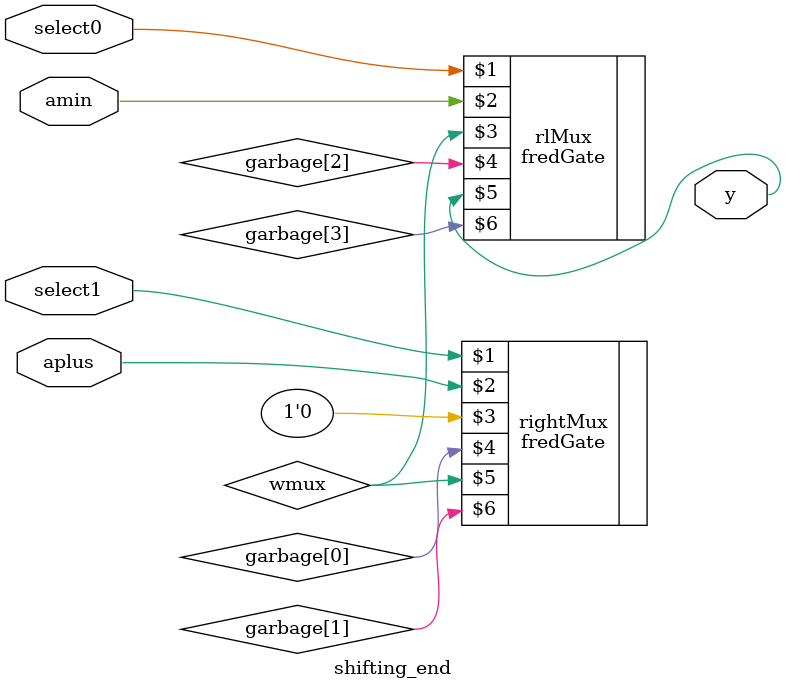
<source format=v>
`timescale 1ns / 1ps

module shifting_start(
    input amin,
    input aplus,
    input select1,
    input select0,
    output y
    );
    
    wire wmux,garbage[3:0]; 
    
    fredGate    leftMux(select1,amin,1'b0,garbage[0],wmux,garbage[1]),
                //rightMux(select1,aplus,apl,garbage[2],wmux[1],garbage[3]),
                rlMux(select0,wmux,aplus,garbage[2],y,garbage[3]);
                                  
endmodule

module shifting_mid(
    input amin,
    input aplus,
    input select,
    output y
    );
    
    wire [1:0] garbage;
    
    fredGate rlMux(select,amin,aplus,garbage[0],y,garbage[1]);
    
endmodule

module shifting_end(
    input amin,
    input aplus,
    input select1,
    input select0,
    output y
    );
    
    wire wmux,garbage[3:0]; 
    
                //leftMux(select1,amin,1'b0,garbage[0],wmux[0],garbage[1]),
    fredGate    rightMux(select1,aplus,1'b0,garbage[0],wmux,garbage[1]),
                rlMux(select0,amin,wmux,garbage[2],y,garbage[3]);
                                  
endmodule

</source>
